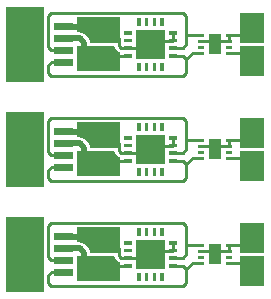
<source format=gbr>
G04 start of page 2 for group 0 idx 0 *
G04 Title: (unknown), top *
G04 Creator: pcb 20140316 *
G04 CreationDate: Wed 28 Nov 2018 04:36:04 PM GMT UTC *
G04 For: railfan *
G04 Format: Gerber/RS-274X *
G04 PCB-Dimensions (mil): 900.00 970.00 *
G04 PCB-Coordinate-Origin: lower left *
%MOIN*%
%FSLAX25Y25*%
%LNTOP*%
%ADD23C,0.0120*%
%ADD22C,0.0310*%
%ADD21C,0.0280*%
%ADD20R,0.0394X0.0394*%
%ADD19R,0.0354X0.0354*%
%ADD18R,0.0098X0.0098*%
%ADD17R,0.0512X0.0512*%
%ADD16R,0.0118X0.0118*%
%ADD15R,0.0384X0.0384*%
%ADD14R,0.0236X0.0236*%
%ADD13C,0.0200*%
%ADD12C,0.0100*%
%ADD11C,0.0001*%
G54D11*G36*
X37000Y84000D02*Y92500D01*
X39000D01*
Y84000D01*
X37000D01*
G37*
G36*
X38000Y92500D02*Y86916D01*
X37817Y86841D01*
X37616Y86717D01*
X37436Y86564D01*
X37283Y86384D01*
X37159Y86183D01*
X37069Y85965D01*
X37014Y85735D01*
X37000Y85500D01*
Y84000D01*
X29006D01*
Y84000D01*
X28981Y84314D01*
X28981Y84314D01*
X28908Y84620D01*
X28788Y84911D01*
X28623Y85179D01*
X28419Y85419D01*
X28359Y85470D01*
X27001Y86827D01*
X26950Y86887D01*
X26711Y87091D01*
X26711Y87092D01*
X26442Y87256D01*
X26151Y87376D01*
X25845Y87450D01*
X25532Y87475D01*
X25453Y87469D01*
X24500D01*
Y92500D01*
X38000D01*
G37*
G36*
X31000Y74500D02*X24500D01*
Y83000D01*
X31000D01*
Y74500D01*
G37*
G36*
X30000Y83000D02*X36995D01*
X37014Y82765D01*
X37069Y82535D01*
X37159Y82317D01*
X37283Y82116D01*
X37436Y81936D01*
X37481Y81898D01*
X38178Y81201D01*
X38216Y81156D01*
X38395Y81003D01*
X38396Y81003D01*
X38597Y80879D01*
X38815Y80789D01*
X39000Y80745D01*
Y74500D01*
X30000D01*
Y83000D01*
G37*
G36*
X1000Y96000D02*X13500D01*
Y93059D01*
X13495Y93000D01*
X13500Y92941D01*
Y82559D01*
X13495Y82500D01*
X13500Y82441D01*
Y76559D01*
X13495Y76500D01*
X13500Y76441D01*
Y74059D01*
X13495Y74000D01*
X13500Y73941D01*
Y71000D01*
X1000D01*
Y96000D01*
G37*
G36*
X87000Y84000D02*X79000D01*
Y94000D01*
X87000D01*
Y84000D01*
G37*
G36*
Y83000D02*Y73000D01*
X79000D01*
Y83000D01*
X87000D01*
G37*
G36*
Y49000D02*X79000D01*
Y59000D01*
X87000D01*
Y49000D01*
G37*
G36*
Y48000D02*Y38000D01*
X79000D01*
Y48000D01*
X87000D01*
G37*
G36*
Y14000D02*X79000D01*
Y24000D01*
X87000D01*
Y14000D01*
G37*
G36*
Y13000D02*Y3000D01*
X79000D01*
Y13000D01*
X87000D01*
G37*
G36*
X37000Y49000D02*Y57500D01*
X39000D01*
Y49000D01*
X37000D01*
G37*
G36*
Y14000D02*Y22500D01*
X39000D01*
Y14000D01*
X37000D01*
G37*
G36*
X38000Y57500D02*Y51916D01*
X37817Y51841D01*
X37616Y51717D01*
X37436Y51564D01*
X37283Y51384D01*
X37159Y51183D01*
X37069Y50965D01*
X37014Y50735D01*
X37000Y50500D01*
Y49000D01*
X29006D01*
Y49000D01*
X28981Y49314D01*
X28981Y49314D01*
X28908Y49620D01*
X28788Y49911D01*
X28623Y50179D01*
X28419Y50419D01*
X28359Y50470D01*
X27001Y51827D01*
X26950Y51887D01*
X26711Y52091D01*
X26711Y52092D01*
X26442Y52256D01*
X26151Y52376D01*
X25845Y52450D01*
X25532Y52475D01*
X25453Y52469D01*
X24500D01*
Y57500D01*
X38000D01*
G37*
G36*
X1000Y61000D02*X13500D01*
Y58059D01*
X13495Y58000D01*
X13500Y57941D01*
Y47559D01*
X13495Y47500D01*
X13500Y47441D01*
Y41559D01*
X13495Y41500D01*
X13500Y41441D01*
Y39059D01*
X13495Y39000D01*
X13500Y38941D01*
Y36000D01*
X1000D01*
Y61000D01*
G37*
G36*
X31000Y39500D02*X24500D01*
Y48000D01*
X31000D01*
Y39500D01*
G37*
G36*
X30000Y48000D02*X36995D01*
X37014Y47765D01*
X37069Y47535D01*
X37159Y47317D01*
X37283Y47116D01*
X37436Y46936D01*
X37481Y46898D01*
X38178Y46201D01*
X38216Y46156D01*
X38395Y46003D01*
X38396Y46003D01*
X38597Y45879D01*
X38815Y45789D01*
X39000Y45745D01*
Y39500D01*
X30000D01*
Y48000D01*
G37*
G36*
X38000Y22500D02*Y16916D01*
X37817Y16841D01*
X37616Y16717D01*
X37436Y16564D01*
X37283Y16384D01*
X37159Y16183D01*
X37069Y15965D01*
X37014Y15735D01*
X37000Y15500D01*
Y14000D01*
X29006D01*
Y14000D01*
X28981Y14314D01*
X28981Y14314D01*
X28908Y14620D01*
X28788Y14911D01*
X28623Y15179D01*
X28419Y15419D01*
X28359Y15470D01*
X27001Y16827D01*
X26950Y16887D01*
X26711Y17091D01*
X26711Y17092D01*
X26442Y17256D01*
X26151Y17376D01*
X25845Y17450D01*
X25532Y17475D01*
X25453Y17469D01*
X24500D01*
Y22500D01*
X38000D01*
G37*
G36*
X31000Y4500D02*X24500D01*
Y13000D01*
X31000D01*
Y4500D01*
G37*
G36*
X30000Y13000D02*X36995D01*
X37014Y12765D01*
X37069Y12535D01*
X37159Y12317D01*
X37283Y12116D01*
X37436Y11936D01*
X37481Y11898D01*
X38178Y11201D01*
X38216Y11156D01*
X38395Y11003D01*
X38396Y11003D01*
X38597Y10879D01*
X38815Y10789D01*
X39000Y10745D01*
Y4500D01*
X30000D01*
Y13000D01*
G37*
G36*
X1000Y26000D02*X13500D01*
Y23059D01*
X13495Y23000D01*
X13500Y22941D01*
Y12559D01*
X13495Y12500D01*
X13500Y12441D01*
Y6559D01*
X13495Y6500D01*
X13500Y6441D01*
Y4059D01*
X13495Y4000D01*
X13500Y3941D01*
Y1000D01*
X1000D01*
Y26000D01*
G37*
G54D12*X75126Y51453D02*X83500D01*
X75126Y45547D02*X83500D01*
X75126Y51453D02*Y49484D01*
X65874D02*X75126D01*
X61000Y39000D02*Y43500D01*
Y58000D02*Y48500D01*
X60000Y59000D02*X61000Y58000D01*
X65874Y51453D02*X61000D01*
X38500Y48000D02*Y50500D01*
X39280Y47220D02*X38500Y48000D01*
X49000Y49780D02*X56480D01*
X39280Y47220D02*X49000D01*
X59839Y44661D02*X56480D01*
X61000Y43500D02*X59839Y44661D01*
X63047Y45547D02*X65874D01*
X61000Y43500D02*X63047Y45547D01*
X59720Y47220D02*X56480D01*
X61000Y48500D02*X59720Y47220D01*
X56480Y52339D02*Y49780D01*
X60000Y38000D02*X61000Y39000D01*
X75126Y16453D02*X83500D01*
X75126Y10547D02*X83500D01*
X75126Y16453D02*Y14484D01*
X65874D02*X75126D01*
X65874Y16453D02*X61000D01*
Y13500D02*X59720Y12220D01*
X59839Y9661D02*X56480D01*
X59720Y12220D02*X56480D01*
Y17339D02*Y14780D01*
X61000Y8500D02*X59839Y9661D01*
X61000Y23000D02*Y13500D01*
X60000Y24000D02*X61000Y23000D01*
X63047Y10547D02*X65874D01*
X61000Y8500D02*X63047Y10547D01*
X61000Y4000D02*Y8500D01*
X60000Y3000D02*X61000Y4000D01*
X15000Y58000D02*X16000Y59000D01*
X15000Y47500D02*Y58000D01*
X15969Y46531D02*X15000Y47500D01*
X20000Y46531D02*X15969D01*
G54D13*X27000Y49000D02*Y45500D01*
X25531Y50469D02*X27000Y49000D01*
X20000Y50469D02*X25531D01*
X20000Y54406D02*X27000D01*
G54D12*X15000Y12500D02*Y23000D01*
X15969Y11531D02*X15000Y12500D01*
X20000Y11531D02*X15969D01*
G54D13*X25531Y15469D02*X27000Y14000D01*
X20000Y15469D02*X25531D01*
X20000Y19406D02*X27000D01*
G54D12*X16000Y3000D02*X60000D01*
X15000Y4000D02*X16000Y3000D01*
X15000Y6500D02*Y4000D01*
X16094Y7594D02*X15000Y6500D01*
X20000Y7594D02*X16094D01*
X38500Y13000D02*Y15500D01*
X39280Y12220D02*X38500Y13000D01*
G54D13*X27000Y14000D02*Y10500D01*
G54D12*X41520Y9661D02*X37500D01*
X49000Y14780D02*X56480D01*
X39280Y12220D02*X49000D01*
X41520Y44661D02*X37500D01*
X16000Y38000D02*X60000D01*
X16000Y24000D02*X60000D01*
X15000Y39000D02*X16000Y38000D01*
X15000Y41500D02*Y39000D01*
X16094Y42594D02*X15000Y41500D01*
X20000Y42594D02*X16094D01*
X15000Y23000D02*X16000Y24000D01*
X60000Y73000D02*X61000Y74000D01*
X16000Y73000D02*X60000D01*
X15000Y74000D02*X16000Y73000D01*
X15000Y76500D02*Y74000D01*
X16094Y77594D02*X15000Y76500D01*
X20000Y77594D02*X16094D01*
X41520Y79661D02*X37500D01*
X16000Y59000D02*X60000D01*
X65874Y84484D02*X75126D01*
Y86453D02*X83500D01*
X75126Y80547D02*X83500D01*
X75126Y86453D02*Y84484D01*
X61000Y74000D02*Y78500D01*
Y93000D02*Y83500D01*
X60000Y94000D02*X61000Y93000D01*
X65874Y86453D02*X61000D01*
X59839Y79661D02*X56480D01*
X61000Y78500D02*X59839Y79661D01*
X63047Y80547D02*X65874D01*
X61000Y78500D02*X63047Y80547D01*
X59720Y82220D02*X56480D01*
X61000Y83500D02*X59720Y82220D01*
X16000Y94000D02*X60000D01*
X38500Y83000D02*Y85500D01*
X49000Y84780D02*X56480D01*
Y87339D02*Y84780D01*
X39280Y82220D02*X49000D01*
X15000Y93000D02*X16000Y94000D01*
X15000Y82500D02*Y93000D01*
X15969Y81531D02*X15000Y82500D01*
X20000Y81531D02*X15969D01*
G54D13*X27000Y84000D02*Y80500D01*
G54D12*X39280Y82220D02*X38500Y83000D01*
G54D13*X25531Y85469D02*X27000Y84000D01*
X20000Y85469D02*X25531D01*
X20000Y89406D02*X27000D01*
G54D14*X18130D02*X21870D01*
X18130Y85469D02*X21870D01*
X18130Y81531D02*X21870D01*
X18130Y77594D02*X21870D01*
G54D15*X3120Y72919D02*X6368D01*
X3120Y94081D02*X6368D01*
G54D14*X18130Y54406D02*X21870D01*
X18130Y50469D02*X21870D01*
X18130Y46531D02*X21870D01*
X18130Y42594D02*X21870D01*
X18130Y19406D02*X21870D01*
X18130Y15469D02*X21870D01*
X18130Y11531D02*X21870D01*
X18130Y7594D02*X21870D01*
G54D15*X3120Y37919D02*X6368D01*
X3120Y59081D02*X6368D01*
X3120Y2919D02*X6368D01*
X3120Y24081D02*X6368D01*
G54D16*X55693Y44661D02*X57268D01*
X45161Y41807D02*Y40232D01*
X47720Y41807D02*Y40232D01*
X50280Y41807D02*Y40232D01*
X52839Y41807D02*Y40232D01*
X55693Y47220D02*X57268D01*
X40732D02*X42307D01*
G54D11*G36*
X45063Y52437D02*Y44563D01*
X52937D01*
Y52437D01*
X45063D01*
G37*
G36*
X44276Y53224D02*Y43776D01*
X53724D01*
Y53224D01*
X44276D01*
G37*
G54D16*X55693Y49780D02*X57268D01*
X40732D02*X42307D01*
X55693Y52339D02*X57268D01*
X52839Y56768D02*Y55193D01*
X50280Y56768D02*Y55193D01*
X47720Y56768D02*Y55193D01*
X45161Y56768D02*Y55193D01*
X40732Y52339D02*X42307D01*
X40732Y44661D02*X42307D01*
G54D17*X33607Y44957D02*X34393D01*
X33607Y52043D02*X34393D01*
G54D16*X55693Y9661D02*X57268D01*
X55693Y12220D02*X57268D01*
X55693Y14780D02*X57268D01*
G54D11*G36*
X45063Y17437D02*Y9563D01*
X52937D01*
Y17437D01*
X45063D01*
G37*
G36*
X44276Y18224D02*Y8776D01*
X53724D01*
Y18224D01*
X44276D01*
G37*
G54D16*X55693Y17339D02*X57268D01*
X40732D02*X42307D01*
G54D18*X65283Y16453D02*X66465D01*
X65283Y14484D02*X66465D01*
G54D16*X52839Y21768D02*Y20193D01*
Y6807D02*Y5232D01*
X50280Y21768D02*Y20193D01*
Y6807D02*Y5232D01*
G54D18*X65283Y12516D02*X66465D01*
X65283Y10547D02*X66465D01*
X74535D02*X75717D01*
X74535Y12516D02*X75717D01*
X74535Y14484D02*X75717D01*
X74535Y16453D02*X75717D01*
G54D19*X70500Y14878D02*Y12122D01*
G54D20*Y14878D02*Y12122D01*
G54D17*X83107Y9957D02*X83893D01*
X83107Y17043D02*X83893D01*
G54D16*X47720Y21768D02*Y20193D01*
X45161Y21768D02*Y20193D01*
Y6807D02*Y5232D01*
X47720Y6807D02*Y5232D01*
X40732Y14780D02*X42307D01*
X40732Y12220D02*X42307D01*
X40732Y9661D02*X42307D01*
G54D17*X33607Y9957D02*X34393D01*
X33607Y17043D02*X34393D01*
G54D16*X55693Y79661D02*X57268D01*
X45161Y76807D02*Y75232D01*
X47720Y76807D02*Y75232D01*
X50280Y76807D02*Y75232D01*
X52839Y76807D02*Y75232D01*
X55693Y82220D02*X57268D01*
X40732D02*X42307D01*
X55693Y84780D02*X57268D01*
X40732D02*X42307D01*
G54D18*X65283Y84484D02*X66465D01*
X74535D02*X75717D01*
G54D16*X55693Y87339D02*X57268D01*
X40732D02*X42307D01*
G54D18*X65283Y86453D02*X66465D01*
X74535D02*X75717D01*
G54D16*X52839Y91768D02*Y90193D01*
X50280Y91768D02*Y90193D01*
X47720Y91768D02*Y90193D01*
X45161Y91768D02*Y90193D01*
G54D11*G36*
X45063Y87437D02*Y79563D01*
X52937D01*
Y87437D01*
X45063D01*
G37*
G36*
X44276Y88224D02*Y78776D01*
X53724D01*
Y88224D01*
X44276D01*
G37*
G54D16*X40732Y79661D02*X42307D01*
G54D17*X33607Y79957D02*X34393D01*
X33607Y87043D02*X34393D01*
G54D18*X65283Y82516D02*X66465D01*
X65283Y80547D02*X66465D01*
G54D19*X70500Y84878D02*Y82122D01*
G54D20*Y84878D02*Y82122D01*
G54D18*X74535Y80547D02*X75717D01*
X74535Y82516D02*X75717D01*
G54D17*X83107Y79957D02*X83893D01*
X83107Y87043D02*X83893D01*
G54D18*X65283Y51453D02*X66465D01*
X65283Y49484D02*X66465D01*
X65283Y47516D02*X66465D01*
X65283Y45547D02*X66465D01*
G54D19*X70500Y49878D02*Y47122D01*
G54D20*Y49878D02*Y47122D01*
G54D18*X74535Y45547D02*X75717D01*
X74535Y47516D02*X75717D01*
X74535Y49484D02*X75717D01*
X74535Y51453D02*X75717D01*
G54D17*X83107Y44957D02*X83893D01*
X83107Y52043D02*X83893D01*
G54D21*X29500Y54500D03*
Y46000D03*
X26500D03*
Y54500D03*
X29500Y89500D03*
X26500D03*
X29500Y81000D03*
X26500D03*
X81500Y75500D03*
Y91500D03*
X85000D03*
Y75500D03*
X81500Y56500D03*
X85000D03*
X29500Y19500D03*
Y11000D03*
X85000Y40500D03*
X81500D03*
X85000Y5500D03*
X81500D03*
Y21500D03*
X85000D03*
X26500Y11000D03*
Y19500D03*
G54D22*G54D23*G54D22*G54D23*M02*

</source>
